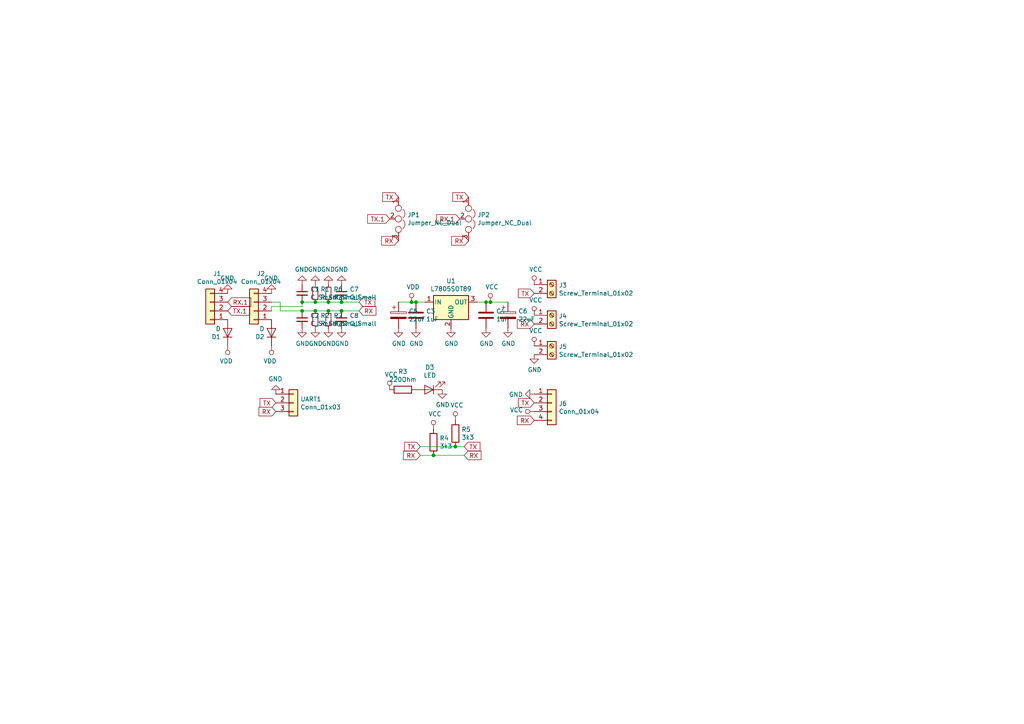
<source format=kicad_sch>
(kicad_sch (version 20211123) (generator eeschema)
  (paper "A4")
  (lib_symbols
    (symbol "Connector:Screw_Terminal_01x02" (pin_names (offset 1.016) hide)
      (property "Reference" "J" (at 0 2.54 0))
      (property "Value" "Screw_Terminal_01x02" (at 0 -5.08 0))
      (symbol "Screw_Terminal_01x02_1_1"
        (rectangle (start -1.27 1.27) (end 1.27 -3.81) (stroke (width 0.254)) (fill (type background)))
        (circle (center 0 -2.54) (radius 0.635) (stroke (width 0.1524)))
        (polyline (pts (xy -0.5334 -2.2098) (xy 0.3302 -3.048)) (stroke (width 0.1524)))
        (polyline (pts (xy -0.5334 0.3302) (xy 0.3302 -0.508)) (stroke (width 0.1524)))
        (polyline (pts (xy -0.3556 -2.032) (xy 0.508 -2.8702)) (stroke (width 0.1524)))
        (polyline (pts (xy -0.3556 0.508) (xy 0.508 -0.3302)) (stroke (width 0.1524)))
        (circle (center 0 0) (radius 0.635) (stroke (width 0.1524)))
        (pin passive line (at -5.08 0 0) (length 3.81) (name "Pin_1") (number "1"))
        (pin passive line (at -5.08 -2.54 0) (length 3.81) (name "Pin_2") (number "2"))
      )
    )
    (symbol "Connector_Generic:Conn_01x03" (pin_names (offset 1.016) hide)
      (property "Reference" "J" (at 0 5.08 0))
      (property "Value" "Conn_01x03" (at 0 -5.08 0))
      (symbol "Conn_01x03_1_1"
        (rectangle (start -1.27 -2.413) (end 0 -2.667) (stroke (width 0.1524)))
        (rectangle (start -1.27 0.127) (end 0 -0.127) (stroke (width 0.1524)))
        (rectangle (start -1.27 2.667) (end 0 2.413) (stroke (width 0.1524)))
        (rectangle (start -1.27 3.81) (end 1.27 -3.81) (stroke (width 0.254)) (fill (type background)))
        (pin passive line (at -5.08 2.54 0) (length 3.81) (name "Pin_1") (number "1"))
        (pin passive line (at -5.08 0 0) (length 3.81) (name "Pin_2") (number "2"))
        (pin passive line (at -5.08 -2.54 0) (length 3.81) (name "Pin_3") (number "3"))
      )
    )
    (symbol "Connector_Generic:Conn_01x04" (pin_names (offset 1.016) hide)
      (property "Reference" "J" (at 0 5.08 0))
      (property "Value" "Conn_01x04" (at 0 -7.62 0))
      (symbol "Conn_01x04_1_1"
        (rectangle (start -1.27 -4.953) (end 0 -5.207) (stroke (width 0.1524)))
        (rectangle (start -1.27 -2.413) (end 0 -2.667) (stroke (width 0.1524)))
        (rectangle (start -1.27 0.127) (end 0 -0.127) (stroke (width 0.1524)))
        (rectangle (start -1.27 2.667) (end 0 2.413) (stroke (width 0.1524)))
        (rectangle (start -1.27 3.81) (end 1.27 -6.35) (stroke (width 0.254)) (fill (type background)))
        (pin passive line (at -5.08 2.54 0) (length 3.81) (name "Pin_1") (number "1"))
        (pin passive line (at -5.08 0 0) (length 3.81) (name "Pin_2") (number "2"))
        (pin passive line (at -5.08 -2.54 0) (length 3.81) (name "Pin_3") (number "3"))
        (pin passive line (at -5.08 -5.08 0) (length 3.81) (name "Pin_4") (number "4"))
      )
    )
    (symbol "Device:C" (pin_numbers hide) (pin_names (offset 0.254))
      (property "Reference" "C" (at 0.635 2.54 0))
      (property "Value" "C" (at 0.635 -2.54 0))
      (symbol "C_0_1"
        (polyline (pts (xy -2.032 -0.762) (xy 2.032 -0.762)) (stroke (width 0.508)))
        (polyline (pts (xy -2.032 0.762) (xy 2.032 0.762)) (stroke (width 0.508)))
      )
      (symbol "C_1_1"
        (pin passive line (at 0 3.81 270) (length 2.794) (name "~") (number "1"))
        (pin passive line (at 0 -3.81 90) (length 2.794) (name "~") (number "2"))
      )
    )
    (symbol "Device:CP" (pin_numbers hide) (pin_names (offset 0.254))
      (property "Reference" "C" (at 0.635 2.54 0))
      (property "Value" "CP" (at 0.635 -2.54 0))
      (symbol "CP_0_1"
        (rectangle (start -2.286 0.508) (end 2.286 1.016))
        (polyline (pts (xy -1.778 2.286) (xy -0.762 2.286)))
        (polyline (pts (xy -1.27 2.794) (xy -1.27 1.778)))
        (rectangle (start 2.286 -0.508) (end -2.286 -1.016) (fill (type outline)))
      )
      (symbol "CP_1_1"
        (pin passive line (at 0 3.81 270) (length 2.794) (name "~") (number "1"))
        (pin passive line (at 0 -3.81 90) (length 2.794) (name "~") (number "2"))
      )
    )
    (symbol "Device:C_Small" (pin_numbers hide) (pin_names (offset 0.254) hide)
      (property "Reference" "C" (at 0.254 1.778 0))
      (property "Value" "C_Small" (at 0.254 -2.032 0))
      (symbol "C_Small_0_1"
        (polyline (pts (xy -1.524 -0.508) (xy 1.524 -0.508)) (stroke (width 0.3302)))
        (polyline (pts (xy -1.524 0.508) (xy 1.524 0.508)) (stroke (width 0.3048)))
      )
      (symbol "C_Small_1_1"
        (pin passive line (at 0 2.54 270) (length 2.032) (name "~") (number "1"))
        (pin passive line (at 0 -2.54 90) (length 2.032) (name "~") (number "2"))
      )
    )
    (symbol "Device:D" (pin_numbers hide) (pin_names (offset 1.016) hide)
      (property "Reference" "D" (at 0 2.54 0))
      (property "Value" "D" (at 0 -2.54 0))
      (symbol "D_0_1"
        (polyline (pts (xy -1.27 1.27) (xy -1.27 -1.27)) (stroke (width 0.2032)))
        (polyline (pts (xy 1.27 0) (xy -1.27 0)))
        (polyline (pts (xy 1.27 1.27) (xy 1.27 -1.27) (xy -1.27 0) (xy 1.27 1.27)) (stroke (width 0.2032)))
      )
      (symbol "D_1_1"
        (pin passive line (at -3.81 0 0) (length 2.54) (name "K") (number "1"))
        (pin passive line (at 3.81 0 180) (length 2.54) (name "A") (number "2"))
      )
    )
    (symbol "Device:Jumper_NC_Dual" (pin_names (offset 0.762) hide)
      (property "Reference" "JP" (at 1.27 -2.54 0))
      (property "Value" "Jumper_NC_Dual" (at 0 2.54 0))
      (symbol "Jumper_NC_Dual_0_1"
        (circle (center -3.048 0) (radius 0.889))
        (arc (start -0.254 1.27) (mid -1.524 1.8804) (end -2.794 1.27))
        (circle (center 0 0) (radius 0.9144))
        (arc (start 2.794 1.27) (mid 1.524 1.8804) (end 0.254 1.27))
        (circle (center 3.048 0) (radius 0.889))
        (pin passive line (at -6.35 0 0) (length 2.413) (name "1") (number "1"))
        (pin passive line (at 0 -2.54 90) (length 1.524) (name "2") (number "2"))
        (pin passive line (at 6.35 0 180) (length 2.413) (name "3") (number "3"))
      )
    )
    (symbol "Device:LED" (pin_numbers hide) (pin_names (offset 1.016) hide)
      (property "Reference" "D" (at 0 2.54 0))
      (property "Value" "LED" (at 0 -2.54 0))
      (symbol "LED_0_1"
        (polyline (pts (xy -1.27 -1.27) (xy -1.27 1.27)) (stroke (width 0.2032)))
        (polyline (pts (xy -1.27 0) (xy 1.27 0)))
        (polyline (pts (xy 1.27 -1.27) (xy 1.27 1.27) (xy -1.27 0) (xy 1.27 -1.27)) (stroke (width 0.2032)))
        (polyline (pts (xy -3.048 -0.762) (xy -4.572 -2.286) (xy -3.81 -2.286) (xy -4.572 -2.286) (xy -4.572 -1.524)))
        (polyline (pts (xy -1.778 -0.762) (xy -3.302 -2.286) (xy -2.54 -2.286) (xy -3.302 -2.286) (xy -3.302 -1.524)))
      )
      (symbol "LED_1_1"
        (pin passive line (at -3.81 0 0) (length 2.54) (name "K") (number "1"))
        (pin passive line (at 3.81 0 180) (length 2.54) (name "A") (number "2"))
      )
    )
    (symbol "Device:R" (pin_numbers hide) (pin_names (offset 0))
      (property "Reference" "R" (at 2.032 0 90))
      (property "Value" "R" (at 0 0 90))
      (symbol "R_0_1"
        (rectangle (start -1.016 -2.54) (end 1.016 2.54) (stroke (width 0.254)))
      )
      (symbol "R_1_1"
        (pin passive line (at 0 3.81 270) (length 1.27) (name "~") (number "1"))
        (pin passive line (at 0 -3.81 90) (length 1.27) (name "~") (number "2"))
      )
    )
    (symbol "Device:R_Small" (pin_numbers hide) (pin_names (offset 0.254) hide)
      (property "Reference" "R" (at 0.762 0.508 0))
      (property "Value" "R_Small" (at 0.762 -1.016 0))
      (symbol "R_Small_0_1"
        (rectangle (start -0.762 1.778) (end 0.762 -1.778) (stroke (width 0.2032)))
      )
      (symbol "R_Small_1_1"
        (pin passive line (at 0 2.54 270) (length 0.762) (name "~") (number "1"))
        (pin passive line (at 0 -2.54 90) (length 0.762) (name "~") (number "2"))
      )
    )
    (symbol "Regulator_Linear:L7805" (pin_names (offset 0.254))
      (property "Reference" "U" (at -3.81 3.175 0))
      (property "Value" "L7805" (at 0 3.175 0))
      (symbol "L7805_0_1"
        (rectangle (start -5.08 1.905) (end 5.08 -5.08) (stroke (width 0.254)) (fill (type background)))
      )
      (symbol "L7805_1_1"
        (pin power_in line (at -7.62 0 0) (length 2.54) (name "IN") (number "1"))
        (pin power_in line (at 0 -7.62 90) (length 2.54) (name "GND") (number "2"))
        (pin power_out line (at 7.62 0 180) (length 2.54) (name "OUT") (number "3"))
      )
    )
    (symbol "power:GND" (power) (pin_names (offset 0))
      (property "Value" "GND" (at 0 -3.81 0))
      (symbol "GND_0_1"
        (polyline (pts (xy 0 0) (xy 0 -1.27) (xy 1.27 -1.27) (xy 0 -2.54) (xy -1.27 -1.27) (xy 0 -1.27)))
      )
      (symbol "GND_1_1"
        (pin power_in line (at 0 0 270) (length 0) hide (name "GND") (number "1"))
      )
    )
    (symbol "power:VCC" (power) (pin_names (offset 0))
      (property "Value" "VCC" (at 0 3.81 0))
      (symbol "VCC_0_1"
        (polyline (pts (xy 0 0) (xy 0 1.27)))
        (circle (center 0 1.905) (radius 0.635))
      )
      (symbol "VCC_1_1"
        (pin power_in line (at 0 0 90) (length 0) hide (name "VCC") (number "1"))
      )
    )
    (symbol "power:VDD" (power) (pin_names (offset 0))
      (property "Value" "VDD" (at 0 3.81 0))
      (symbol "VDD_0_1"
        (polyline (pts (xy 0 0) (xy 0 1.27)))
        (circle (center 0 1.905) (radius 0.635))
      )
      (symbol "VDD_1_1"
        (pin power_in line (at 0 0 90) (length 0) hide (name "VDD") (number "1"))
      )
    )
  )
  (junction (at 95.25 87.63))
  (junction (at 132.08 129.54))
  (junction (at 125.73 132.08))
  (junction (at 142.24 87.63))
  (junction (at 120.65 87.63))
  (junction (at 99.06 90.17))
  (junction (at 140.97 87.63))
  (junction (at 95.25 90.17))
  (junction (at 87.63 90.17))
  (junction (at 87.63 87.63))
  (junction (at 119.38 87.63))
  (junction (at 99.06 87.63))
  (junction (at 91.44 90.17))
  (junction (at 91.44 87.63))
  (wire (pts (xy 91.44 87.63) (xy 95.25 87.63)))
  (wire (pts (xy 138.43 87.63) (xy 140.97 87.63)))
  (wire (pts (xy 91.44 90.17) (xy 95.25 90.17)))
  (wire (pts (xy 119.38 87.63) (xy 120.65 87.63)))
  (wire (pts (xy 121.92 132.08) (xy 125.73 132.08)))
  (wire (pts (xy 132.08 129.54) (xy 134.62 129.54)))
  (wire (pts (xy 95.25 87.63) (xy 99.06 87.63)))
  (wire (pts (xy 120.65 87.63) (xy 123.19 87.63)))
  (wire (pts (xy 99.06 90.17) (xy 104.14 90.17)))
  (wire (pts (xy 95.25 90.17) (xy 99.06 90.17)))
  (wire (pts (xy 87.63 90.17) (xy 91.44 90.17)))
  (wire (pts (xy 81.28 90.17) (xy 81.28 87.63)))
  (wire (pts (xy 121.92 129.54) (xy 132.08 129.54)))
  (wire (pts (xy 140.97 87.63) (xy 142.24 87.63)))
  (wire (pts (xy 87.63 88.9) (xy 87.63 87.63)))
  (wire (pts (xy 147.32 87.63) (xy 142.24 87.63)))
  (wire (pts (xy 99.06 87.63) (xy 104.14 87.63)))
  (wire (pts (xy 125.73 132.08) (xy 134.62 132.08)))
  (wire (pts (xy 87.63 88.9) (xy 78.74 88.9)))
  (wire (pts (xy 78.74 88.9) (xy 78.74 90.17)))
  (wire (pts (xy 81.28 87.63) (xy 78.74 87.63)))
  (wire (pts (xy 115.57 87.63) (xy 119.38 87.63)))
  (wire (pts (xy 87.63 87.63) (xy 91.44 87.63)))
  (wire (pts (xy 81.28 90.17) (xy 87.63 90.17)))
  (global_label "RX.1" (shape input) (at 133.35 63.5 180) (property "Intersheet References" "${INTERSHEET_REFS}" (effects hide)))
  (global_label "RX" (shape input) (at 135.89 69.85 180) (property "Intersheet References" "${INTERSHEET_REFS}" (effects hide)))
  (global_label "RX" (shape input) (at 154.94 121.92 180) (property "Intersheet References" "${INTERSHEET_REFS}" (effects hide)))
  (global_label "TX" (shape input) (at 121.92 129.54 180) (property "Intersheet References" "${INTERSHEET_REFS}" (effects hide)))
  (global_label "TX" (shape input) (at 135.89 57.15 180) (property "Intersheet References" "${INTERSHEET_REFS}" (effects hide)))
  (global_label "TX" (shape input) (at 80.01 116.84 180) (property "Intersheet References" "${INTERSHEET_REFS}" (effects hide)))
  (global_label "RX" (shape input) (at 134.62 132.08 0) (property "Intersheet References" "${INTERSHEET_REFS}" (effects hide)))
  (global_label "TX" (shape input) (at 115.57 57.15 180) (property "Intersheet References" "${INTERSHEET_REFS}" (effects hide)))
  (global_label "TX" (shape input) (at 134.62 129.54 0) (property "Intersheet References" "${INTERSHEET_REFS}" (effects hide)))
  (global_label "RX" (shape input) (at 121.92 132.08 180) (property "Intersheet References" "${INTERSHEET_REFS}" (effects hide)))
  (global_label "RX" (shape input) (at 80.01 119.38 180) (property "Intersheet References" "${INTERSHEET_REFS}" (effects hide)))
  (global_label "TX.1" (shape input) (at 113.03 63.5 180) (property "Intersheet References" "${INTERSHEET_REFS}" (effects hide)))
  (global_label "TX" (shape input) (at 154.94 116.84 180) (property "Intersheet References" "${INTERSHEET_REFS}" (effects hide)))
  (global_label "TX" (shape input) (at 154.94 85.09 180) (property "Intersheet References" "${INTERSHEET_REFS}" (effects hide)))
  (global_label "TX.1" (shape input) (at 66.04 90.17 0) (property "Intersheet References" "${INTERSHEET_REFS}" (effects hide)))
  (global_label "RX" (shape input) (at 154.94 93.98 180) (property "Intersheet References" "${INTERSHEET_REFS}" (effects hide)))
  (global_label "RX" (shape input) (at 115.57 69.85 180) (property "Intersheet References" "${INTERSHEET_REFS}" (effects hide)))
  (global_label "RX.1" (shape input) (at 66.04 87.63 0) (property "Intersheet References" "${INTERSHEET_REFS}" (effects hide)))
  (global_label "TX" (shape input) (at 104.14 87.63 0) (property "Intersheet References" "${INTERSHEET_REFS}" (effects hide)))
  (global_label "RX" (shape input) (at 104.14 90.17 0) (property "Intersheet References" "${INTERSHEET_REFS}" (effects hide)))
  (symbol (lib_id "Device:C") (at 140.97 91.44 0) (unit 1)
    (property "Reference" "C4" (at 143.891 90.2716 0) (effects (justify left)))
    (property "Value" "1uF" (at 143.891 92.583 0) (effects (justify left)))
    (property "Footprint" "Capacitors_THT:C_Disc_D5.0mm_W2.5mm_P5.00mm" (effects hide))
  )
  (symbol (lib_id "Device:C") (at 120.65 91.44 0) (unit 1)
    (property "Reference" "C3" (at 123.571 90.2716 0) (effects (justify left)))
    (property "Value" "1uF" (at 123.571 92.583 0) (effects (justify left)))
    (property "Footprint" "Capacitors_THT:C_Disc_D5.0mm_W2.5mm_P5.00mm" (effects hide))
  )
  (symbol (lib_id "Connector_Generic:Conn_01x04") (at 73.66 90.17 180) (unit 1)
    (property "Reference" "J2" (at 75.692 79.375 0))
    (property "Value" "Conn_01x04" (at 75.692 81.6864 0))
    (property "Footprint" "Connectors_JST:JST_XH_B04B-XH-A_04x2.50mm_Straight" (effects hide))
  )
  (symbol (lib_id "Connector_Generic:Conn_01x04") (at 60.96 90.17 180) (unit 1)
    (property "Reference" "J1" (at 62.992 79.375 0))
    (property "Value" "Conn_01x04" (at 62.992 81.6864 0))
    (property "Footprint" "Connectors_JST:JST_XH_B04B-XH-A_04x2.50mm_Straight" (effects hide))
  )
  (symbol (lib_id "power:GND") (at 66.04 85.09 180) (unit 1)
    (property "Reference" "#PWR0101" (effects hide))
    (property "Value" "GND" (at 65.913 80.6958 0))
  )
  (symbol (lib_id "power:GND") (at 78.74 85.09 180) (unit 1)
    (property "Reference" "#PWR0102" (effects hide))
    (property "Value" "GND" (at 78.613 80.6958 0))
  )
  (symbol (lib_id "power:GND") (at 120.65 95.25 0) (unit 1)
    (property "Reference" "#PWR0103" (effects hide))
    (property "Value" "GND" (at 120.777 99.6442 0))
  )
  (symbol (lib_id "power:GND") (at 130.81 95.25 0) (unit 1)
    (property "Reference" "#PWR0104" (effects hide))
    (property "Value" "GND" (at 130.937 99.6442 0))
  )
  (symbol (lib_id "power:GND") (at 140.97 95.25 0) (unit 1)
    (property "Reference" "#PWR0105" (effects hide))
    (property "Value" "GND" (at 141.097 99.6442 0))
  )
  (symbol (lib_id "power:VCC") (at 142.24 87.63 0) (unit 1)
    (property "Reference" "#PWR0106" (effects hide))
    (property "Value" "VCC" (at 142.6718 83.2358 0))
  )
  (symbol (lib_id "power:VDD") (at 119.38 87.63 0) (unit 1)
    (property "Reference" "#PWR0107" (effects hide))
    (property "Value" "VDD" (at 119.8118 83.2358 0))
  )
  (symbol (lib_id "power:VDD") (at 78.74 100.33 180) (unit 1)
    (property "Reference" "#PWR0108" (effects hide))
    (property "Value" "VDD" (at 78.3082 104.7242 0))
  )
  (symbol (lib_id "power:VDD") (at 66.04 100.33 180) (unit 1)
    (property "Reference" "#PWR0109" (effects hide))
    (property "Value" "VDD" (at 65.6082 104.7242 0))
  )
  (symbol (lib_id "Device:C_Small") (at 87.63 92.71 0) (unit 1)
    (property "Reference" "C2" (at 89.9668 91.5416 0) (effects (justify left)))
    (property "Value" "C_Small" (at 89.9668 93.853 0) (effects (justify left)))
    (property "Footprint" "Capacitors_THT:C_Disc_D5.0mm_W2.5mm_P5.00mm" (effects hide))
  )
  (symbol (lib_id "Device:C_Small") (at 87.63 85.09 0) (unit 1)
    (property "Reference" "C1" (at 89.9668 83.9216 0) (effects (justify left)))
    (property "Value" "C_Small" (at 89.9668 86.233 0) (effects (justify left)))
    (property "Footprint" "Capacitors_THT:C_Disc_D5.0mm_W2.5mm_P5.00mm" (effects hide))
  )
  (symbol (lib_id "Device:R_Small") (at 91.44 92.71 0) (unit 1)
    (property "Reference" "R2" (at 92.9386 91.5416 0) (effects (justify left)))
    (property "Value" "R_Small" (at 92.9386 93.853 0) (effects (justify left)))
    (property "Footprint" "Resistors_THT:R_Axial_DIN0207_L6.3mm_D2.5mm_P10.16mm_Horizontal" (effects hide))
  )
  (symbol (lib_id "Device:R_Small") (at 91.44 85.09 0) (unit 1)
    (property "Reference" "R1" (at 92.9386 83.9216 0) (effects (justify left)))
    (property "Value" "R_Small" (at 92.9386 86.233 0) (effects (justify left)))
    (property "Footprint" "Resistors_THT:R_Axial_DIN0207_L6.3mm_D2.5mm_P10.16mm_Horizontal" (effects hide))
  )
  (symbol (lib_id "power:GND") (at 87.63 95.25 0) (unit 1)
    (property "Reference" "#PWR0112" (effects hide))
    (property "Value" "GND" (at 87.757 99.6442 0))
  )
  (symbol (lib_id "power:GND") (at 91.44 95.25 0) (unit 1)
    (property "Reference" "#PWR0113" (effects hide))
    (property "Value" "GND" (at 91.567 99.6442 0))
  )
  (symbol (lib_id "power:GND") (at 91.44 82.55 180) (unit 1)
    (property "Reference" "#PWR0114" (effects hide))
    (property "Value" "GND" (at 91.313 78.1558 0))
  )
  (symbol (lib_id "power:GND") (at 87.63 82.55 180) (unit 1)
    (property "Reference" "#PWR0115" (effects hide))
    (property "Value" "GND" (at 87.503 78.1558 0))
  )
  (symbol (lib_id "Device:D") (at 66.04 96.52 90) (unit 1)
    (property "Reference" "D1" (at 64.0334 97.6884 90) (effects (justify left)))
    (property "Value" "D" (at 64.0334 95.377 90) (effects (justify left)))
    (property "Footprint" "Diodes_THT:D_DO-41_SOD81_P7.62mm_Horizontal" (effects hide))
  )
  (symbol (lib_id "Device:D") (at 78.74 96.52 90) (unit 1)
    (property "Reference" "D2" (at 76.7334 97.6884 90) (effects (justify left)))
    (property "Value" "D" (at 76.7334 95.377 90) (effects (justify left)))
    (property "Footprint" "Diodes_THT:D_DO-41_SOD81_P7.62mm_Horizontal" (effects hide))
  )
  (symbol (lib_id "Device:LED") (at 124.46 113.03 180) (unit 1)
    (property "Reference" "D3" (at 124.6632 106.553 0))
    (property "Value" "LED" (at 124.6632 108.8644 0))
    (property "Footprint" "LEDs:LED_D3.0mm" (effects hide))
  )
  (symbol (lib_id "Device:R") (at 116.84 113.03 270) (unit 1)
    (property "Reference" "R3" (at 116.84 107.7722 90))
    (property "Value" "220Ohm" (at 116.84 110.0836 90))
    (property "Footprint" "Resistors_THT:R_Axial_DIN0207_L6.3mm_D2.5mm_P10.16mm_Horizontal" (effects hide))
  )
  (symbol (lib_id "power:GND") (at 128.27 113.03 0) (unit 1)
    (property "Reference" "#PWR0116" (effects hide))
    (property "Value" "GND" (at 128.397 117.4242 0))
  )
  (symbol (lib_id "power:VCC") (at 113.03 113.03 0) (unit 1)
    (property "Reference" "#PWR0117" (effects hide))
    (property "Value" "VCC" (at 113.4618 108.6358 0))
  )
  (symbol (lib_id "Connector:Screw_Terminal_01x02") (at 160.02 82.55 0) (unit 1)
    (property "Reference" "J3" (at 162.052 82.7532 0) (effects (justify left)))
    (property "Value" "Screw_Terminal_01x02" (at 162.052 85.0646 0) (effects (justify left)))
    (property "Footprint" "Connectors_Terminal_Blocks:TerminalBlock_4UCON_19963_02x3.5mm_Straight" (effects hide))
  )
  (symbol (lib_id "Connector:Screw_Terminal_01x02") (at 160.02 91.44 0) (unit 1)
    (property "Reference" "J4" (at 162.052 91.6432 0) (effects (justify left)))
    (property "Value" "Screw_Terminal_01x02" (at 162.052 93.9546 0) (effects (justify left)))
    (property "Footprint" "Connectors_Terminal_Blocks:TerminalBlock_4UCON_19963_02x3.5mm_Straight" (effects hide))
  )
  (symbol (lib_id "Connector:Screw_Terminal_01x02") (at 160.02 100.33 0) (unit 1)
    (property "Reference" "J5" (at 162.052 100.5332 0) (effects (justify left)))
    (property "Value" "Screw_Terminal_01x02" (at 162.052 102.8446 0) (effects (justify left)))
    (property "Footprint" "Connectors_Terminal_Blocks:TerminalBlock_4UCON_19963_02x3.5mm_Straight" (effects hide))
  )
  (symbol (lib_id "power:VCC") (at 154.94 82.55 0) (unit 1)
    (property "Reference" "#PWR0110" (effects hide))
    (property "Value" "VCC" (at 155.3718 78.1558 0))
  )
  (symbol (lib_id "power:VCC") (at 154.94 91.44 0) (unit 1)
    (property "Reference" "#PWR0111" (effects hide))
    (property "Value" "VCC" (at 155.3718 87.0458 0))
  )
  (symbol (lib_id "power:VCC") (at 154.94 100.33 0) (unit 1)
    (property "Reference" "#PWR0118" (effects hide))
    (property "Value" "VCC" (at 155.3718 95.9358 0))
  )
  (symbol (lib_id "power:GND") (at 154.94 102.87 0) (unit 1)
    (property "Reference" "#PWR0119" (effects hide))
    (property "Value" "GND" (at 155.067 107.2642 0))
  )
  (symbol (lib_id "Device:Jumper_NC_Dual") (at 115.57 63.5 270) (unit 1)
    (property "Reference" "JP1" (at 118.1354 62.3316 90) (effects (justify left)))
    (property "Value" "Jumper_NC_Dual" (at 118.1354 64.643 90) (effects (justify left)))
    (property "Footprint" "jumper:SOLDER-JUMPER_2-WAY" (effects hide))
  )
  (symbol (lib_id "Device:Jumper_NC_Dual") (at 135.89 63.5 270) (unit 1)
    (property "Reference" "JP2" (at 138.4554 62.3316 90) (effects (justify left)))
    (property "Value" "Jumper_NC_Dual" (at 138.4554 64.643 90) (effects (justify left)))
    (property "Footprint" "jumper:SOLDER-JUMPER_2-WAY" (effects hide))
  )
  (symbol (lib_id "power:GND") (at 154.94 114.3 270) (unit 1)
    (property "Reference" "#PWR0120" (effects hide))
    (property "Value" "GND" (at 151.6888 114.427 90) (effects (justify right)))
  )
  (symbol (lib_id "power:VCC") (at 154.94 119.38 90) (unit 1)
    (property "Reference" "#PWR0121" (effects hide))
    (property "Value" "VCC" (at 151.7142 118.9228 90) (effects (justify left)))
  )
  (symbol (lib_id "Device:R") (at 132.08 125.73 0) (unit 1)
    (property "Reference" "R5" (at 133.858 124.5616 0) (effects (justify left)))
    (property "Value" "3k3" (at 133.858 126.873 0) (effects (justify left)))
    (property "Footprint" "Resistors_THT:R_Axial_DIN0207_L6.3mm_D2.5mm_P10.16mm_Horizontal" (effects hide))
  )
  (symbol (lib_id "Device:R") (at 125.73 128.27 0) (unit 1)
    (property "Reference" "R4" (at 127.508 127.1016 0) (effects (justify left)))
    (property "Value" "3k3" (at 127.508 129.413 0) (effects (justify left)))
    (property "Footprint" "Resistors_THT:R_Axial_DIN0207_L6.3mm_D2.5mm_P10.16mm_Horizontal" (effects hide))
  )
  (symbol (lib_id "power:VCC") (at 125.73 124.46 0) (unit 1)
    (property "Reference" "#PWR0122" (effects hide))
    (property "Value" "VCC" (at 126.1618 120.0658 0))
  )
  (symbol (lib_id "power:VCC") (at 132.08 121.92 0) (unit 1)
    (property "Reference" "#PWR0123" (effects hide))
    (property "Value" "VCC" (at 132.5118 117.5258 0))
  )
  (symbol (lib_id "Device:CP") (at 115.57 91.44 0) (unit 1)
    (property "Reference" "C5" (at 118.5672 90.2716 0) (effects (justify left)))
    (property "Value" "22uF" (at 118.5672 92.583 0) (effects (justify left)))
    (property "Footprint" "Capacitors_THT:CP_Radial_D5.0mm_P2.00mm" (effects hide))
  )
  (symbol (lib_id "Device:CP") (at 147.32 91.44 0) (unit 1)
    (property "Reference" "C6" (at 150.3172 90.2716 0) (effects (justify left)))
    (property "Value" "22uF" (at 150.3172 92.583 0) (effects (justify left)))
    (property "Footprint" "Capacitors_THT:CP_Radial_D5.0mm_P2.00mm" (effects hide))
  )
  (symbol (lib_id "power:GND") (at 147.32 95.25 0) (unit 1)
    (property "Reference" "#PWR0124" (effects hide))
    (property "Value" "GND" (at 147.447 99.6442 0))
  )
  (symbol (lib_id "power:GND") (at 115.57 95.25 0) (unit 1)
    (property "Reference" "#PWR0125" (effects hide))
    (property "Value" "GND" (at 115.697 99.6442 0))
  )
  (symbol (lib_id "Connector_Generic:Conn_01x03") (at 85.09 116.84 0) (unit 1)
    (property "Reference" "UART1" (at 87.122 115.7732 0) (effects (justify left)))
    (property "Value" "Conn_01x03" (at 87.122 118.0846 0) (effects (justify left)))
    (property "Footprint" "Pin_Headers:Pin_Header_Straight_1x03_Pitch2.54mm" (effects hide))
  )
  (symbol (lib_id "power:GND") (at 80.01 114.3 180) (unit 1)
    (property "Reference" "#PWR0126" (effects hide))
    (property "Value" "GND" (at 79.883 109.9058 0))
  )
  (symbol (lib_id "Connector_Generic:Conn_01x04") (at 160.02 116.84 0) (unit 1)
    (property "Reference" "J6" (at 162.052 117.0432 0) (effects (justify left)))
    (property "Value" "Conn_01x04" (at 162.052 119.3546 0) (effects (justify left)))
    (property "Footprint" "otter:NUNCHUCK" (effects hide))
  )
  (symbol (lib_id "Device:R_Small") (at 95.25 85.09 0) (unit 1)
    (property "Reference" "R6" (at 96.7486 83.9216 0) (effects (justify left)))
    (property "Value" "R_Small" (at 96.7486 86.233 0) (effects (justify left)))
    (property "Footprint" "Resistors_SMD:R_0603" (effects hide))
  )
  (symbol (lib_id "Device:R_Small") (at 95.25 92.71 0) (unit 1)
    (property "Reference" "R7" (at 96.7486 91.5416 0) (effects (justify left)))
    (property "Value" "R_Small" (at 96.7486 93.853 0) (effects (justify left)))
    (property "Footprint" "Resistors_SMD:R_0603" (effects hide))
  )
  (symbol (lib_id "Device:C_Small") (at 99.06 92.71 0) (unit 1)
    (property "Reference" "C8" (at 101.3968 91.5416 0) (effects (justify left)))
    (property "Value" "C_Small" (at 101.3968 93.853 0) (effects (justify left)))
    (property "Footprint" "Capacitors_SMD:C_0603" (effects hide))
  )
  (symbol (lib_id "Device:C_Small") (at 99.06 85.09 0) (unit 1)
    (property "Reference" "C7" (at 101.3968 83.9216 0) (effects (justify left)))
    (property "Value" "C_Small" (at 101.3968 86.233 0) (effects (justify left)))
    (property "Footprint" "Capacitors_SMD:C_0603" (effects hide))
  )
  (symbol (lib_id "power:GND") (at 99.06 82.55 180) (unit 1)
    (property "Reference" "#PWR0127" (effects hide))
    (property "Value" "GND" (at 98.933 78.1558 0))
  )
  (symbol (lib_id "power:GND") (at 95.25 82.55 180) (unit 1)
    (property "Reference" "#PWR0128" (effects hide))
    (property "Value" "GND" (at 95.123 78.1558 0))
  )
  (symbol (lib_id "power:GND") (at 95.25 95.25 0) (unit 1)
    (property "Reference" "#PWR0129" (effects hide))
    (property "Value" "GND" (at 95.377 99.6442 0))
  )
  (symbol (lib_id "power:GND") (at 99.06 95.25 0) (unit 1)
    (property "Reference" "#PWR0130" (effects hide))
    (property "Value" "GND" (at 99.187 99.6442 0))
  )
  (symbol (lib_id "Regulator_Linear:L7805") (at 130.81 87.63 0) (unit 1)
    (property "Reference" "U1" (at 130.81 81.4832 0))
    (property "Value" "L7805SOT89" (at 130.81 83.7946 0))
    (property "Footprint" "TO_SOT_Packages_SMD:SOT-89-3_Handsoldering" (effects hide))
    (property "Datasheet" "http://www.st.com/content/ccc/resource/technical/document/datasheet/41/4f/b3/b0/12/d4/47/88/CD00000444.pdf/files/CD00000444.pdf/jcr:content/translations/en.CD00000444.pdf" (effects hide))
  )
)
</source>
